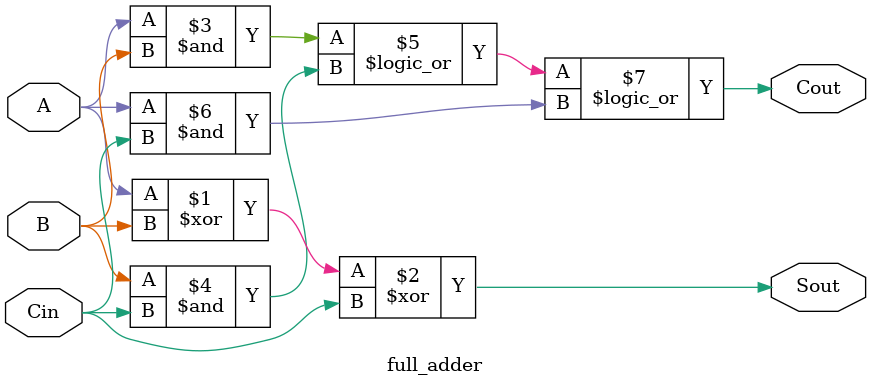
<source format=v>
module full_adder(
    input A,
    input B,
    input Cin,
    output Cout,
    output Sout
);
    assign Sout = A ^ B ^ Cin;
    assign Cout = A&B || B&Cin || A&Cin; 
endmodule

</source>
